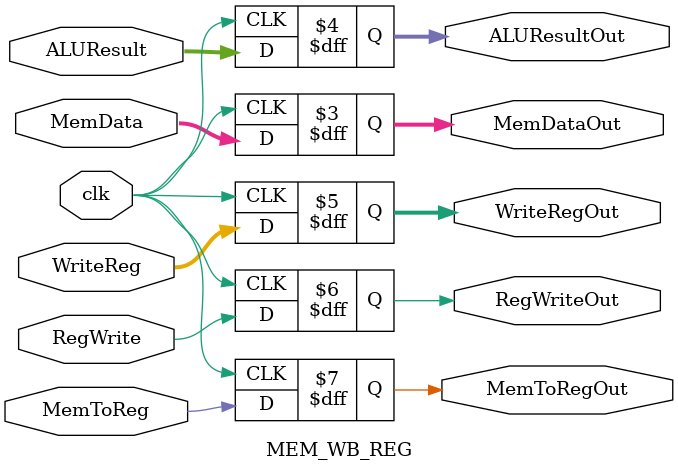
<source format=v>
`timescale 1ns / 1ps

module MEM_WB_REG(clk, RegWrite, MemToReg, MemData, ALUResult, WriteReg, RegWriteOut, MemToRegOut, 
MemDataOut, ALUResultOut, WriteRegOut);

    input [31:0] MemData;
    input [63:0] ALUResult;
    input [4:0] WriteReg;
    input clk, RegWrite, MemToReg;
    output reg [31:0] MemDataOut;
    output reg [63:0] ALUResultOut;
    output reg [4:0] WriteRegOut;
    output reg RegWriteOut, MemToRegOut;
    
    initial begin
        RegWriteOut = 0;
        MemToRegOut = 0;
        MemDataOut = 0;
        ALUResultOut = 0;
        WriteRegOut = 0;
    end  
    
    always @(posedge clk) begin
        MemDataOut <= MemData;
        ALUResultOut <= ALUResult;
        WriteRegOut <= WriteReg;
        RegWriteOut <= RegWrite;
        MemToRegOut <= MemToReg;
    end       
endmodule
</source>
